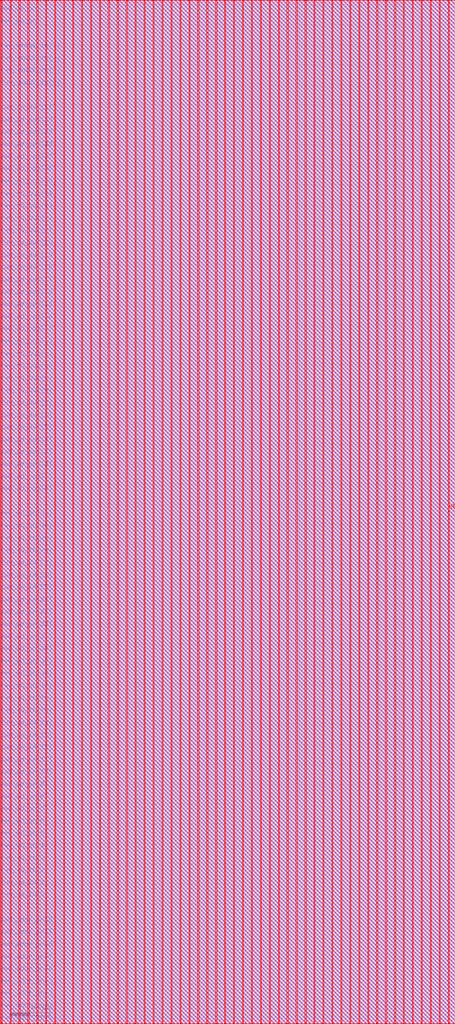
<source format=lef>
# Generated by FakeRAM 2.0
VERSION 5.7 ;
BUSBITCHARS "[]" ;
PROPERTYDEFINITIONS
  MACRO width INTEGER ;
  MACRO depth INTEGER ;
  MACRO banks INTEGER ;
END PROPERTYDEFINITIONS
MACRO liteeth_1rw1r_32w384d_8_sram
  PROPERTY width 32 ;
  PROPERTY depth 384 ;
  PROPERTY banks 1 ;
  FOREIGN liteeth_1rw1r_32w384d_8_sram 0 0 ;
  SYMMETRY X Y R90 ;
  SIZE 114.000 BY 256.200 ;
  CLASS BLOCK ;
  PIN r0_addr_in[0]
    DIRECTION INPUT ;
    USE SIGNAL ;
    SHAPE ABUTMENT ;
    PORT
      LAYER metal3 ;
      RECT 113.930 0.140 114.000 0.210 ;
    END
  END r0_addr_in[0]
  PIN r0_addr_in[1]
    DIRECTION INPUT ;
    USE SIGNAL ;
    SHAPE ABUTMENT ;
    PORT
      LAYER metal3 ;
      RECT 113.930 3.220 114.000 3.290 ;
    END
  END r0_addr_in[1]
  PIN r0_addr_in[2]
    DIRECTION INPUT ;
    USE SIGNAL ;
    SHAPE ABUTMENT ;
    PORT
      LAYER metal3 ;
      RECT 113.930 6.300 114.000 6.370 ;
    END
  END r0_addr_in[2]
  PIN r0_addr_in[3]
    DIRECTION INPUT ;
    USE SIGNAL ;
    SHAPE ABUTMENT ;
    PORT
      LAYER metal3 ;
      RECT 113.930 9.380 114.000 9.450 ;
    END
  END r0_addr_in[3]
  PIN r0_addr_in[4]
    DIRECTION INPUT ;
    USE SIGNAL ;
    SHAPE ABUTMENT ;
    PORT
      LAYER metal3 ;
      RECT 113.930 12.460 114.000 12.530 ;
    END
  END r0_addr_in[4]
  PIN r0_addr_in[5]
    DIRECTION INPUT ;
    USE SIGNAL ;
    SHAPE ABUTMENT ;
    PORT
      LAYER metal3 ;
      RECT 113.930 15.540 114.000 15.610 ;
    END
  END r0_addr_in[5]
  PIN r0_addr_in[6]
    DIRECTION INPUT ;
    USE SIGNAL ;
    SHAPE ABUTMENT ;
    PORT
      LAYER metal3 ;
      RECT 113.930 18.620 114.000 18.690 ;
    END
  END r0_addr_in[6]
  PIN r0_addr_in[7]
    DIRECTION INPUT ;
    USE SIGNAL ;
    SHAPE ABUTMENT ;
    PORT
      LAYER metal3 ;
      RECT 113.930 21.700 114.000 21.770 ;
    END
  END r0_addr_in[7]
  PIN r0_addr_in[8]
    DIRECTION INPUT ;
    USE SIGNAL ;
    SHAPE ABUTMENT ;
    PORT
      LAYER metal3 ;
      RECT 113.930 24.780 114.000 24.850 ;
    END
  END r0_addr_in[8]
  PIN r0_rd_out[0]
    DIRECTION OUTPUT ;
    USE SIGNAL ;
    SHAPE ABUTMENT ;
    PORT
      LAYER metal3 ;
      RECT 113.930 30.940 114.000 31.010 ;
    END
  END r0_rd_out[0]
  PIN r0_rd_out[1]
    DIRECTION OUTPUT ;
    USE SIGNAL ;
    SHAPE ABUTMENT ;
    PORT
      LAYER metal3 ;
      RECT 113.930 34.020 114.000 34.090 ;
    END
  END r0_rd_out[1]
  PIN r0_rd_out[2]
    DIRECTION OUTPUT ;
    USE SIGNAL ;
    SHAPE ABUTMENT ;
    PORT
      LAYER metal3 ;
      RECT 113.930 37.100 114.000 37.170 ;
    END
  END r0_rd_out[2]
  PIN r0_rd_out[3]
    DIRECTION OUTPUT ;
    USE SIGNAL ;
    SHAPE ABUTMENT ;
    PORT
      LAYER metal3 ;
      RECT 113.930 40.180 114.000 40.250 ;
    END
  END r0_rd_out[3]
  PIN r0_rd_out[4]
    DIRECTION OUTPUT ;
    USE SIGNAL ;
    SHAPE ABUTMENT ;
    PORT
      LAYER metal3 ;
      RECT 113.930 43.260 114.000 43.330 ;
    END
  END r0_rd_out[4]
  PIN r0_rd_out[5]
    DIRECTION OUTPUT ;
    USE SIGNAL ;
    SHAPE ABUTMENT ;
    PORT
      LAYER metal3 ;
      RECT 113.930 46.340 114.000 46.410 ;
    END
  END r0_rd_out[5]
  PIN r0_rd_out[6]
    DIRECTION OUTPUT ;
    USE SIGNAL ;
    SHAPE ABUTMENT ;
    PORT
      LAYER metal3 ;
      RECT 113.930 49.420 114.000 49.490 ;
    END
  END r0_rd_out[6]
  PIN r0_rd_out[7]
    DIRECTION OUTPUT ;
    USE SIGNAL ;
    SHAPE ABUTMENT ;
    PORT
      LAYER metal3 ;
      RECT 113.930 52.500 114.000 52.570 ;
    END
  END r0_rd_out[7]
  PIN r0_rd_out[8]
    DIRECTION OUTPUT ;
    USE SIGNAL ;
    SHAPE ABUTMENT ;
    PORT
      LAYER metal3 ;
      RECT 113.930 55.580 114.000 55.650 ;
    END
  END r0_rd_out[8]
  PIN r0_rd_out[9]
    DIRECTION OUTPUT ;
    USE SIGNAL ;
    SHAPE ABUTMENT ;
    PORT
      LAYER metal3 ;
      RECT 113.930 58.660 114.000 58.730 ;
    END
  END r0_rd_out[9]
  PIN r0_rd_out[10]
    DIRECTION OUTPUT ;
    USE SIGNAL ;
    SHAPE ABUTMENT ;
    PORT
      LAYER metal3 ;
      RECT 113.930 61.740 114.000 61.810 ;
    END
  END r0_rd_out[10]
  PIN r0_rd_out[11]
    DIRECTION OUTPUT ;
    USE SIGNAL ;
    SHAPE ABUTMENT ;
    PORT
      LAYER metal3 ;
      RECT 113.930 64.820 114.000 64.890 ;
    END
  END r0_rd_out[11]
  PIN r0_rd_out[12]
    DIRECTION OUTPUT ;
    USE SIGNAL ;
    SHAPE ABUTMENT ;
    PORT
      LAYER metal3 ;
      RECT 113.930 67.900 114.000 67.970 ;
    END
  END r0_rd_out[12]
  PIN r0_rd_out[13]
    DIRECTION OUTPUT ;
    USE SIGNAL ;
    SHAPE ABUTMENT ;
    PORT
      LAYER metal3 ;
      RECT 113.930 70.980 114.000 71.050 ;
    END
  END r0_rd_out[13]
  PIN r0_rd_out[14]
    DIRECTION OUTPUT ;
    USE SIGNAL ;
    SHAPE ABUTMENT ;
    PORT
      LAYER metal3 ;
      RECT 113.930 74.060 114.000 74.130 ;
    END
  END r0_rd_out[14]
  PIN r0_rd_out[15]
    DIRECTION OUTPUT ;
    USE SIGNAL ;
    SHAPE ABUTMENT ;
    PORT
      LAYER metal3 ;
      RECT 113.930 77.140 114.000 77.210 ;
    END
  END r0_rd_out[15]
  PIN r0_rd_out[16]
    DIRECTION OUTPUT ;
    USE SIGNAL ;
    SHAPE ABUTMENT ;
    PORT
      LAYER metal3 ;
      RECT 113.930 80.220 114.000 80.290 ;
    END
  END r0_rd_out[16]
  PIN r0_rd_out[17]
    DIRECTION OUTPUT ;
    USE SIGNAL ;
    SHAPE ABUTMENT ;
    PORT
      LAYER metal3 ;
      RECT 113.930 83.300 114.000 83.370 ;
    END
  END r0_rd_out[17]
  PIN r0_rd_out[18]
    DIRECTION OUTPUT ;
    USE SIGNAL ;
    SHAPE ABUTMENT ;
    PORT
      LAYER metal3 ;
      RECT 113.930 86.380 114.000 86.450 ;
    END
  END r0_rd_out[18]
  PIN r0_rd_out[19]
    DIRECTION OUTPUT ;
    USE SIGNAL ;
    SHAPE ABUTMENT ;
    PORT
      LAYER metal3 ;
      RECT 113.930 89.460 114.000 89.530 ;
    END
  END r0_rd_out[19]
  PIN r0_rd_out[20]
    DIRECTION OUTPUT ;
    USE SIGNAL ;
    SHAPE ABUTMENT ;
    PORT
      LAYER metal3 ;
      RECT 113.930 92.540 114.000 92.610 ;
    END
  END r0_rd_out[20]
  PIN r0_rd_out[21]
    DIRECTION OUTPUT ;
    USE SIGNAL ;
    SHAPE ABUTMENT ;
    PORT
      LAYER metal3 ;
      RECT 113.930 95.620 114.000 95.690 ;
    END
  END r0_rd_out[21]
  PIN r0_rd_out[22]
    DIRECTION OUTPUT ;
    USE SIGNAL ;
    SHAPE ABUTMENT ;
    PORT
      LAYER metal3 ;
      RECT 113.930 98.700 114.000 98.770 ;
    END
  END r0_rd_out[22]
  PIN r0_rd_out[23]
    DIRECTION OUTPUT ;
    USE SIGNAL ;
    SHAPE ABUTMENT ;
    PORT
      LAYER metal3 ;
      RECT 113.930 101.780 114.000 101.850 ;
    END
  END r0_rd_out[23]
  PIN r0_rd_out[24]
    DIRECTION OUTPUT ;
    USE SIGNAL ;
    SHAPE ABUTMENT ;
    PORT
      LAYER metal3 ;
      RECT 113.930 104.860 114.000 104.930 ;
    END
  END r0_rd_out[24]
  PIN r0_rd_out[25]
    DIRECTION OUTPUT ;
    USE SIGNAL ;
    SHAPE ABUTMENT ;
    PORT
      LAYER metal3 ;
      RECT 113.930 107.940 114.000 108.010 ;
    END
  END r0_rd_out[25]
  PIN r0_rd_out[26]
    DIRECTION OUTPUT ;
    USE SIGNAL ;
    SHAPE ABUTMENT ;
    PORT
      LAYER metal3 ;
      RECT 113.930 111.020 114.000 111.090 ;
    END
  END r0_rd_out[26]
  PIN r0_rd_out[27]
    DIRECTION OUTPUT ;
    USE SIGNAL ;
    SHAPE ABUTMENT ;
    PORT
      LAYER metal3 ;
      RECT 113.930 114.100 114.000 114.170 ;
    END
  END r0_rd_out[27]
  PIN r0_rd_out[28]
    DIRECTION OUTPUT ;
    USE SIGNAL ;
    SHAPE ABUTMENT ;
    PORT
      LAYER metal3 ;
      RECT 113.930 117.180 114.000 117.250 ;
    END
  END r0_rd_out[28]
  PIN r0_rd_out[29]
    DIRECTION OUTPUT ;
    USE SIGNAL ;
    SHAPE ABUTMENT ;
    PORT
      LAYER metal3 ;
      RECT 113.930 120.260 114.000 120.330 ;
    END
  END r0_rd_out[29]
  PIN r0_rd_out[30]
    DIRECTION OUTPUT ;
    USE SIGNAL ;
    SHAPE ABUTMENT ;
    PORT
      LAYER metal3 ;
      RECT 113.930 123.340 114.000 123.410 ;
    END
  END r0_rd_out[30]
  PIN r0_rd_out[31]
    DIRECTION OUTPUT ;
    USE SIGNAL ;
    SHAPE ABUTMENT ;
    PORT
      LAYER metal3 ;
      RECT 113.930 126.420 114.000 126.490 ;
    END
  END r0_rd_out[31]
  PIN r0_ce_in
    DIRECTION INPUT ;
    USE SIGNAL ;
    SHAPE ABUTMENT ;
    PORT
      LAYER metal3 ;
      RECT 113.930 132.580 114.000 132.650 ;
    END
  END r0_ce_in
  PIN r0_clk
    DIRECTION INPUT ;
    USE SIGNAL ;
    SHAPE ABUTMENT ;
    PORT
      LAYER metal3 ;
      RECT 113.930 135.660 114.000 135.730 ;
    END
  END r0_clk
  PIN rw0_addr_in[0]
    DIRECTION INPUT ;
    USE SIGNAL ;
    SHAPE ABUTMENT ;
    PORT
      LAYER metal3 ;
      RECT 0.000 0.140 0.070 0.210 ;
    END
  END rw0_addr_in[0]
  PIN rw0_addr_in[1]
    DIRECTION INPUT ;
    USE SIGNAL ;
    SHAPE ABUTMENT ;
    PORT
      LAYER metal3 ;
      RECT 0.000 3.220 0.070 3.290 ;
    END
  END rw0_addr_in[1]
  PIN rw0_addr_in[2]
    DIRECTION INPUT ;
    USE SIGNAL ;
    SHAPE ABUTMENT ;
    PORT
      LAYER metal3 ;
      RECT 0.000 6.300 0.070 6.370 ;
    END
  END rw0_addr_in[2]
  PIN rw0_addr_in[3]
    DIRECTION INPUT ;
    USE SIGNAL ;
    SHAPE ABUTMENT ;
    PORT
      LAYER metal3 ;
      RECT 0.000 9.380 0.070 9.450 ;
    END
  END rw0_addr_in[3]
  PIN rw0_addr_in[4]
    DIRECTION INPUT ;
    USE SIGNAL ;
    SHAPE ABUTMENT ;
    PORT
      LAYER metal3 ;
      RECT 0.000 12.460 0.070 12.530 ;
    END
  END rw0_addr_in[4]
  PIN rw0_addr_in[5]
    DIRECTION INPUT ;
    USE SIGNAL ;
    SHAPE ABUTMENT ;
    PORT
      LAYER metal3 ;
      RECT 0.000 15.540 0.070 15.610 ;
    END
  END rw0_addr_in[5]
  PIN rw0_addr_in[6]
    DIRECTION INPUT ;
    USE SIGNAL ;
    SHAPE ABUTMENT ;
    PORT
      LAYER metal3 ;
      RECT 0.000 18.620 0.070 18.690 ;
    END
  END rw0_addr_in[6]
  PIN rw0_addr_in[7]
    DIRECTION INPUT ;
    USE SIGNAL ;
    SHAPE ABUTMENT ;
    PORT
      LAYER metal3 ;
      RECT 0.000 21.700 0.070 21.770 ;
    END
  END rw0_addr_in[7]
  PIN rw0_addr_in[8]
    DIRECTION INPUT ;
    USE SIGNAL ;
    SHAPE ABUTMENT ;
    PORT
      LAYER metal3 ;
      RECT 0.000 24.780 0.070 24.850 ;
    END
  END rw0_addr_in[8]
  PIN rw0_wd_in[0]
    DIRECTION INPUT ;
    USE SIGNAL ;
    SHAPE ABUTMENT ;
    PORT
      LAYER metal3 ;
      RECT 0.000 30.940 0.070 31.010 ;
    END
  END rw0_wd_in[0]
  PIN rw0_wd_in[1]
    DIRECTION INPUT ;
    USE SIGNAL ;
    SHAPE ABUTMENT ;
    PORT
      LAYER metal3 ;
      RECT 0.000 34.020 0.070 34.090 ;
    END
  END rw0_wd_in[1]
  PIN rw0_wd_in[2]
    DIRECTION INPUT ;
    USE SIGNAL ;
    SHAPE ABUTMENT ;
    PORT
      LAYER metal3 ;
      RECT 0.000 37.100 0.070 37.170 ;
    END
  END rw0_wd_in[2]
  PIN rw0_wd_in[3]
    DIRECTION INPUT ;
    USE SIGNAL ;
    SHAPE ABUTMENT ;
    PORT
      LAYER metal3 ;
      RECT 0.000 40.180 0.070 40.250 ;
    END
  END rw0_wd_in[3]
  PIN rw0_wd_in[4]
    DIRECTION INPUT ;
    USE SIGNAL ;
    SHAPE ABUTMENT ;
    PORT
      LAYER metal3 ;
      RECT 0.000 43.260 0.070 43.330 ;
    END
  END rw0_wd_in[4]
  PIN rw0_wd_in[5]
    DIRECTION INPUT ;
    USE SIGNAL ;
    SHAPE ABUTMENT ;
    PORT
      LAYER metal3 ;
      RECT 0.000 46.340 0.070 46.410 ;
    END
  END rw0_wd_in[5]
  PIN rw0_wd_in[6]
    DIRECTION INPUT ;
    USE SIGNAL ;
    SHAPE ABUTMENT ;
    PORT
      LAYER metal3 ;
      RECT 0.000 49.420 0.070 49.490 ;
    END
  END rw0_wd_in[6]
  PIN rw0_wd_in[7]
    DIRECTION INPUT ;
    USE SIGNAL ;
    SHAPE ABUTMENT ;
    PORT
      LAYER metal3 ;
      RECT 0.000 52.500 0.070 52.570 ;
    END
  END rw0_wd_in[7]
  PIN rw0_wd_in[8]
    DIRECTION INPUT ;
    USE SIGNAL ;
    SHAPE ABUTMENT ;
    PORT
      LAYER metal3 ;
      RECT 0.000 55.580 0.070 55.650 ;
    END
  END rw0_wd_in[8]
  PIN rw0_wd_in[9]
    DIRECTION INPUT ;
    USE SIGNAL ;
    SHAPE ABUTMENT ;
    PORT
      LAYER metal3 ;
      RECT 0.000 58.660 0.070 58.730 ;
    END
  END rw0_wd_in[9]
  PIN rw0_wd_in[10]
    DIRECTION INPUT ;
    USE SIGNAL ;
    SHAPE ABUTMENT ;
    PORT
      LAYER metal3 ;
      RECT 0.000 61.740 0.070 61.810 ;
    END
  END rw0_wd_in[10]
  PIN rw0_wd_in[11]
    DIRECTION INPUT ;
    USE SIGNAL ;
    SHAPE ABUTMENT ;
    PORT
      LAYER metal3 ;
      RECT 0.000 64.820 0.070 64.890 ;
    END
  END rw0_wd_in[11]
  PIN rw0_wd_in[12]
    DIRECTION INPUT ;
    USE SIGNAL ;
    SHAPE ABUTMENT ;
    PORT
      LAYER metal3 ;
      RECT 0.000 67.900 0.070 67.970 ;
    END
  END rw0_wd_in[12]
  PIN rw0_wd_in[13]
    DIRECTION INPUT ;
    USE SIGNAL ;
    SHAPE ABUTMENT ;
    PORT
      LAYER metal3 ;
      RECT 0.000 70.980 0.070 71.050 ;
    END
  END rw0_wd_in[13]
  PIN rw0_wd_in[14]
    DIRECTION INPUT ;
    USE SIGNAL ;
    SHAPE ABUTMENT ;
    PORT
      LAYER metal3 ;
      RECT 0.000 74.060 0.070 74.130 ;
    END
  END rw0_wd_in[14]
  PIN rw0_wd_in[15]
    DIRECTION INPUT ;
    USE SIGNAL ;
    SHAPE ABUTMENT ;
    PORT
      LAYER metal3 ;
      RECT 0.000 77.140 0.070 77.210 ;
    END
  END rw0_wd_in[15]
  PIN rw0_wd_in[16]
    DIRECTION INPUT ;
    USE SIGNAL ;
    SHAPE ABUTMENT ;
    PORT
      LAYER metal3 ;
      RECT 0.000 80.220 0.070 80.290 ;
    END
  END rw0_wd_in[16]
  PIN rw0_wd_in[17]
    DIRECTION INPUT ;
    USE SIGNAL ;
    SHAPE ABUTMENT ;
    PORT
      LAYER metal3 ;
      RECT 0.000 83.300 0.070 83.370 ;
    END
  END rw0_wd_in[17]
  PIN rw0_wd_in[18]
    DIRECTION INPUT ;
    USE SIGNAL ;
    SHAPE ABUTMENT ;
    PORT
      LAYER metal3 ;
      RECT 0.000 86.380 0.070 86.450 ;
    END
  END rw0_wd_in[18]
  PIN rw0_wd_in[19]
    DIRECTION INPUT ;
    USE SIGNAL ;
    SHAPE ABUTMENT ;
    PORT
      LAYER metal3 ;
      RECT 0.000 89.460 0.070 89.530 ;
    END
  END rw0_wd_in[19]
  PIN rw0_wd_in[20]
    DIRECTION INPUT ;
    USE SIGNAL ;
    SHAPE ABUTMENT ;
    PORT
      LAYER metal3 ;
      RECT 0.000 92.540 0.070 92.610 ;
    END
  END rw0_wd_in[20]
  PIN rw0_wd_in[21]
    DIRECTION INPUT ;
    USE SIGNAL ;
    SHAPE ABUTMENT ;
    PORT
      LAYER metal3 ;
      RECT 0.000 95.620 0.070 95.690 ;
    END
  END rw0_wd_in[21]
  PIN rw0_wd_in[22]
    DIRECTION INPUT ;
    USE SIGNAL ;
    SHAPE ABUTMENT ;
    PORT
      LAYER metal3 ;
      RECT 0.000 98.700 0.070 98.770 ;
    END
  END rw0_wd_in[22]
  PIN rw0_wd_in[23]
    DIRECTION INPUT ;
    USE SIGNAL ;
    SHAPE ABUTMENT ;
    PORT
      LAYER metal3 ;
      RECT 0.000 101.780 0.070 101.850 ;
    END
  END rw0_wd_in[23]
  PIN rw0_wd_in[24]
    DIRECTION INPUT ;
    USE SIGNAL ;
    SHAPE ABUTMENT ;
    PORT
      LAYER metal3 ;
      RECT 0.000 104.860 0.070 104.930 ;
    END
  END rw0_wd_in[24]
  PIN rw0_wd_in[25]
    DIRECTION INPUT ;
    USE SIGNAL ;
    SHAPE ABUTMENT ;
    PORT
      LAYER metal3 ;
      RECT 0.000 107.940 0.070 108.010 ;
    END
  END rw0_wd_in[25]
  PIN rw0_wd_in[26]
    DIRECTION INPUT ;
    USE SIGNAL ;
    SHAPE ABUTMENT ;
    PORT
      LAYER metal3 ;
      RECT 0.000 111.020 0.070 111.090 ;
    END
  END rw0_wd_in[26]
  PIN rw0_wd_in[27]
    DIRECTION INPUT ;
    USE SIGNAL ;
    SHAPE ABUTMENT ;
    PORT
      LAYER metal3 ;
      RECT 0.000 114.100 0.070 114.170 ;
    END
  END rw0_wd_in[27]
  PIN rw0_wd_in[28]
    DIRECTION INPUT ;
    USE SIGNAL ;
    SHAPE ABUTMENT ;
    PORT
      LAYER metal3 ;
      RECT 0.000 117.180 0.070 117.250 ;
    END
  END rw0_wd_in[28]
  PIN rw0_wd_in[29]
    DIRECTION INPUT ;
    USE SIGNAL ;
    SHAPE ABUTMENT ;
    PORT
      LAYER metal3 ;
      RECT 0.000 120.260 0.070 120.330 ;
    END
  END rw0_wd_in[29]
  PIN rw0_wd_in[30]
    DIRECTION INPUT ;
    USE SIGNAL ;
    SHAPE ABUTMENT ;
    PORT
      LAYER metal3 ;
      RECT 0.000 123.340 0.070 123.410 ;
    END
  END rw0_wd_in[30]
  PIN rw0_wd_in[31]
    DIRECTION INPUT ;
    USE SIGNAL ;
    SHAPE ABUTMENT ;
    PORT
      LAYER metal3 ;
      RECT 0.000 126.420 0.070 126.490 ;
    END
  END rw0_wd_in[31]
  PIN rw0_rd_out[0]
    DIRECTION OUTPUT ;
    USE SIGNAL ;
    SHAPE ABUTMENT ;
    PORT
      LAYER metal3 ;
      RECT 0.000 132.580 0.070 132.650 ;
    END
  END rw0_rd_out[0]
  PIN rw0_rd_out[1]
    DIRECTION OUTPUT ;
    USE SIGNAL ;
    SHAPE ABUTMENT ;
    PORT
      LAYER metal3 ;
      RECT 0.000 135.660 0.070 135.730 ;
    END
  END rw0_rd_out[1]
  PIN rw0_rd_out[2]
    DIRECTION OUTPUT ;
    USE SIGNAL ;
    SHAPE ABUTMENT ;
    PORT
      LAYER metal3 ;
      RECT 0.000 138.740 0.070 138.810 ;
    END
  END rw0_rd_out[2]
  PIN rw0_rd_out[3]
    DIRECTION OUTPUT ;
    USE SIGNAL ;
    SHAPE ABUTMENT ;
    PORT
      LAYER metal3 ;
      RECT 0.000 141.820 0.070 141.890 ;
    END
  END rw0_rd_out[3]
  PIN rw0_rd_out[4]
    DIRECTION OUTPUT ;
    USE SIGNAL ;
    SHAPE ABUTMENT ;
    PORT
      LAYER metal3 ;
      RECT 0.000 144.900 0.070 144.970 ;
    END
  END rw0_rd_out[4]
  PIN rw0_rd_out[5]
    DIRECTION OUTPUT ;
    USE SIGNAL ;
    SHAPE ABUTMENT ;
    PORT
      LAYER metal3 ;
      RECT 0.000 147.980 0.070 148.050 ;
    END
  END rw0_rd_out[5]
  PIN rw0_rd_out[6]
    DIRECTION OUTPUT ;
    USE SIGNAL ;
    SHAPE ABUTMENT ;
    PORT
      LAYER metal3 ;
      RECT 0.000 151.060 0.070 151.130 ;
    END
  END rw0_rd_out[6]
  PIN rw0_rd_out[7]
    DIRECTION OUTPUT ;
    USE SIGNAL ;
    SHAPE ABUTMENT ;
    PORT
      LAYER metal3 ;
      RECT 0.000 154.140 0.070 154.210 ;
    END
  END rw0_rd_out[7]
  PIN rw0_rd_out[8]
    DIRECTION OUTPUT ;
    USE SIGNAL ;
    SHAPE ABUTMENT ;
    PORT
      LAYER metal3 ;
      RECT 0.000 157.220 0.070 157.290 ;
    END
  END rw0_rd_out[8]
  PIN rw0_rd_out[9]
    DIRECTION OUTPUT ;
    USE SIGNAL ;
    SHAPE ABUTMENT ;
    PORT
      LAYER metal3 ;
      RECT 0.000 160.300 0.070 160.370 ;
    END
  END rw0_rd_out[9]
  PIN rw0_rd_out[10]
    DIRECTION OUTPUT ;
    USE SIGNAL ;
    SHAPE ABUTMENT ;
    PORT
      LAYER metal3 ;
      RECT 0.000 163.380 0.070 163.450 ;
    END
  END rw0_rd_out[10]
  PIN rw0_rd_out[11]
    DIRECTION OUTPUT ;
    USE SIGNAL ;
    SHAPE ABUTMENT ;
    PORT
      LAYER metal3 ;
      RECT 0.000 166.460 0.070 166.530 ;
    END
  END rw0_rd_out[11]
  PIN rw0_rd_out[12]
    DIRECTION OUTPUT ;
    USE SIGNAL ;
    SHAPE ABUTMENT ;
    PORT
      LAYER metal3 ;
      RECT 0.000 169.540 0.070 169.610 ;
    END
  END rw0_rd_out[12]
  PIN rw0_rd_out[13]
    DIRECTION OUTPUT ;
    USE SIGNAL ;
    SHAPE ABUTMENT ;
    PORT
      LAYER metal3 ;
      RECT 0.000 172.620 0.070 172.690 ;
    END
  END rw0_rd_out[13]
  PIN rw0_rd_out[14]
    DIRECTION OUTPUT ;
    USE SIGNAL ;
    SHAPE ABUTMENT ;
    PORT
      LAYER metal3 ;
      RECT 0.000 175.700 0.070 175.770 ;
    END
  END rw0_rd_out[14]
  PIN rw0_rd_out[15]
    DIRECTION OUTPUT ;
    USE SIGNAL ;
    SHAPE ABUTMENT ;
    PORT
      LAYER metal3 ;
      RECT 0.000 178.780 0.070 178.850 ;
    END
  END rw0_rd_out[15]
  PIN rw0_rd_out[16]
    DIRECTION OUTPUT ;
    USE SIGNAL ;
    SHAPE ABUTMENT ;
    PORT
      LAYER metal3 ;
      RECT 0.000 181.860 0.070 181.930 ;
    END
  END rw0_rd_out[16]
  PIN rw0_rd_out[17]
    DIRECTION OUTPUT ;
    USE SIGNAL ;
    SHAPE ABUTMENT ;
    PORT
      LAYER metal3 ;
      RECT 0.000 184.940 0.070 185.010 ;
    END
  END rw0_rd_out[17]
  PIN rw0_rd_out[18]
    DIRECTION OUTPUT ;
    USE SIGNAL ;
    SHAPE ABUTMENT ;
    PORT
      LAYER metal3 ;
      RECT 0.000 188.020 0.070 188.090 ;
    END
  END rw0_rd_out[18]
  PIN rw0_rd_out[19]
    DIRECTION OUTPUT ;
    USE SIGNAL ;
    SHAPE ABUTMENT ;
    PORT
      LAYER metal3 ;
      RECT 0.000 191.100 0.070 191.170 ;
    END
  END rw0_rd_out[19]
  PIN rw0_rd_out[20]
    DIRECTION OUTPUT ;
    USE SIGNAL ;
    SHAPE ABUTMENT ;
    PORT
      LAYER metal3 ;
      RECT 0.000 194.180 0.070 194.250 ;
    END
  END rw0_rd_out[20]
  PIN rw0_rd_out[21]
    DIRECTION OUTPUT ;
    USE SIGNAL ;
    SHAPE ABUTMENT ;
    PORT
      LAYER metal3 ;
      RECT 0.000 197.260 0.070 197.330 ;
    END
  END rw0_rd_out[21]
  PIN rw0_rd_out[22]
    DIRECTION OUTPUT ;
    USE SIGNAL ;
    SHAPE ABUTMENT ;
    PORT
      LAYER metal3 ;
      RECT 0.000 200.340 0.070 200.410 ;
    END
  END rw0_rd_out[22]
  PIN rw0_rd_out[23]
    DIRECTION OUTPUT ;
    USE SIGNAL ;
    SHAPE ABUTMENT ;
    PORT
      LAYER metal3 ;
      RECT 0.000 203.420 0.070 203.490 ;
    END
  END rw0_rd_out[23]
  PIN rw0_rd_out[24]
    DIRECTION OUTPUT ;
    USE SIGNAL ;
    SHAPE ABUTMENT ;
    PORT
      LAYER metal3 ;
      RECT 0.000 206.500 0.070 206.570 ;
    END
  END rw0_rd_out[24]
  PIN rw0_rd_out[25]
    DIRECTION OUTPUT ;
    USE SIGNAL ;
    SHAPE ABUTMENT ;
    PORT
      LAYER metal3 ;
      RECT 0.000 209.580 0.070 209.650 ;
    END
  END rw0_rd_out[25]
  PIN rw0_rd_out[26]
    DIRECTION OUTPUT ;
    USE SIGNAL ;
    SHAPE ABUTMENT ;
    PORT
      LAYER metal3 ;
      RECT 0.000 212.660 0.070 212.730 ;
    END
  END rw0_rd_out[26]
  PIN rw0_rd_out[27]
    DIRECTION OUTPUT ;
    USE SIGNAL ;
    SHAPE ABUTMENT ;
    PORT
      LAYER metal3 ;
      RECT 0.000 215.740 0.070 215.810 ;
    END
  END rw0_rd_out[27]
  PIN rw0_rd_out[28]
    DIRECTION OUTPUT ;
    USE SIGNAL ;
    SHAPE ABUTMENT ;
    PORT
      LAYER metal3 ;
      RECT 0.000 218.820 0.070 218.890 ;
    END
  END rw0_rd_out[28]
  PIN rw0_rd_out[29]
    DIRECTION OUTPUT ;
    USE SIGNAL ;
    SHAPE ABUTMENT ;
    PORT
      LAYER metal3 ;
      RECT 0.000 221.900 0.070 221.970 ;
    END
  END rw0_rd_out[29]
  PIN rw0_rd_out[30]
    DIRECTION OUTPUT ;
    USE SIGNAL ;
    SHAPE ABUTMENT ;
    PORT
      LAYER metal3 ;
      RECT 0.000 224.980 0.070 225.050 ;
    END
  END rw0_rd_out[30]
  PIN rw0_rd_out[31]
    DIRECTION OUTPUT ;
    USE SIGNAL ;
    SHAPE ABUTMENT ;
    PORT
      LAYER metal3 ;
      RECT 0.000 228.060 0.070 228.130 ;
    END
  END rw0_rd_out[31]
  PIN rw0_wmask_in[0]
    DIRECTION INPUT ;
    USE SIGNAL ;
    SHAPE ABUTMENT ;
    PORT
      LAYER metal3 ;
      RECT 0.000 234.220 0.070 234.290 ;
    END
  END rw0_wmask_in[0]
  PIN rw0_wmask_in[1]
    DIRECTION INPUT ;
    USE SIGNAL ;
    SHAPE ABUTMENT ;
    PORT
      LAYER metal3 ;
      RECT 0.000 237.300 0.070 237.370 ;
    END
  END rw0_wmask_in[1]
  PIN rw0_wmask_in[2]
    DIRECTION INPUT ;
    USE SIGNAL ;
    SHAPE ABUTMENT ;
    PORT
      LAYER metal3 ;
      RECT 0.000 240.380 0.070 240.450 ;
    END
  END rw0_wmask_in[2]
  PIN rw0_wmask_in[3]
    DIRECTION INPUT ;
    USE SIGNAL ;
    SHAPE ABUTMENT ;
    PORT
      LAYER metal3 ;
      RECT 0.000 243.460 0.070 243.530 ;
    END
  END rw0_wmask_in[3]
  PIN rw0_we_in
    DIRECTION INPUT ;
    USE SIGNAL ;
    SHAPE ABUTMENT ;
    PORT
      LAYER metal3 ;
      RECT 0.000 249.620 0.070 249.690 ;
    END
  END rw0_we_in
  PIN rw0_ce_in
    DIRECTION INPUT ;
    USE SIGNAL ;
    SHAPE ABUTMENT ;
    PORT
      LAYER metal3 ;
      RECT 0.000 252.700 0.070 252.770 ;
    END
  END rw0_ce_in
  PIN rw0_clk
    DIRECTION INPUT ;
    USE SIGNAL ;
    SHAPE ABUTMENT ;
    PORT
      LAYER metal3 ;
      RECT 0.000 255.780 0.070 255.850 ;
    END
  END rw0_clk
  PIN VSS
    DIRECTION INOUT ;
    USE GROUND ;
    PORT
      LAYER metal4 ;
      RECT 0.210 0.140 0.490 256.060 ;
      RECT 2.450 0.140 2.730 256.060 ;
      RECT 4.690 0.140 4.970 256.060 ;
      RECT 6.930 0.140 7.210 256.060 ;
      RECT 9.170 0.140 9.450 256.060 ;
      RECT 11.410 0.140 11.690 256.060 ;
      RECT 13.650 0.140 13.930 256.060 ;
      RECT 15.890 0.140 16.170 256.060 ;
      RECT 18.130 0.140 18.410 256.060 ;
      RECT 20.370 0.140 20.650 256.060 ;
      RECT 22.610 0.140 22.890 256.060 ;
      RECT 24.850 0.140 25.130 256.060 ;
      RECT 27.090 0.140 27.370 256.060 ;
      RECT 29.330 0.140 29.610 256.060 ;
      RECT 31.570 0.140 31.850 256.060 ;
      RECT 33.810 0.140 34.090 256.060 ;
      RECT 36.050 0.140 36.330 256.060 ;
      RECT 38.290 0.140 38.570 256.060 ;
      RECT 40.530 0.140 40.810 256.060 ;
      RECT 42.770 0.140 43.050 256.060 ;
      RECT 45.010 0.140 45.290 256.060 ;
      RECT 47.250 0.140 47.530 256.060 ;
      RECT 49.490 0.140 49.770 256.060 ;
      RECT 51.730 0.140 52.010 256.060 ;
      RECT 53.970 0.140 54.250 256.060 ;
      RECT 56.210 0.140 56.490 256.060 ;
      RECT 58.450 0.140 58.730 256.060 ;
      RECT 60.690 0.140 60.970 256.060 ;
      RECT 62.930 0.140 63.210 256.060 ;
      RECT 65.170 0.140 65.450 256.060 ;
      RECT 67.410 0.140 67.690 256.060 ;
      RECT 69.650 0.140 69.930 256.060 ;
      RECT 71.890 0.140 72.170 256.060 ;
      RECT 74.130 0.140 74.410 256.060 ;
      RECT 76.370 0.140 76.650 256.060 ;
      RECT 78.610 0.140 78.890 256.060 ;
      RECT 80.850 0.140 81.130 256.060 ;
      RECT 83.090 0.140 83.370 256.060 ;
      RECT 85.330 0.140 85.610 256.060 ;
      RECT 87.570 0.140 87.850 256.060 ;
      RECT 89.810 0.140 90.090 256.060 ;
      RECT 92.050 0.140 92.330 256.060 ;
      RECT 94.290 0.140 94.570 256.060 ;
      RECT 96.530 0.140 96.810 256.060 ;
      RECT 98.770 0.140 99.050 256.060 ;
      RECT 101.010 0.140 101.290 256.060 ;
      RECT 103.250 0.140 103.530 256.060 ;
      RECT 105.490 0.140 105.770 256.060 ;
      RECT 107.730 0.140 108.010 256.060 ;
      RECT 109.970 0.140 110.250 256.060 ;
      RECT 112.210 0.140 112.490 256.060 ;
    END
  END VSS
  PIN VDD
    DIRECTION INOUT ;
    USE POWER ;
    PORT
      LAYER metal4 ;
      RECT 0.210 0.140 0.490 256.060 ;
      RECT 2.450 0.140 2.730 256.060 ;
      RECT 4.690 0.140 4.970 256.060 ;
      RECT 6.930 0.140 7.210 256.060 ;
      RECT 9.170 0.140 9.450 256.060 ;
      RECT 11.410 0.140 11.690 256.060 ;
      RECT 13.650 0.140 13.930 256.060 ;
      RECT 15.890 0.140 16.170 256.060 ;
      RECT 18.130 0.140 18.410 256.060 ;
      RECT 20.370 0.140 20.650 256.060 ;
      RECT 22.610 0.140 22.890 256.060 ;
      RECT 24.850 0.140 25.130 256.060 ;
      RECT 27.090 0.140 27.370 256.060 ;
      RECT 29.330 0.140 29.610 256.060 ;
      RECT 31.570 0.140 31.850 256.060 ;
      RECT 33.810 0.140 34.090 256.060 ;
      RECT 36.050 0.140 36.330 256.060 ;
      RECT 38.290 0.140 38.570 256.060 ;
      RECT 40.530 0.140 40.810 256.060 ;
      RECT 42.770 0.140 43.050 256.060 ;
      RECT 45.010 0.140 45.290 256.060 ;
      RECT 47.250 0.140 47.530 256.060 ;
      RECT 49.490 0.140 49.770 256.060 ;
      RECT 51.730 0.140 52.010 256.060 ;
      RECT 53.970 0.140 54.250 256.060 ;
      RECT 56.210 0.140 56.490 256.060 ;
      RECT 58.450 0.140 58.730 256.060 ;
      RECT 60.690 0.140 60.970 256.060 ;
      RECT 62.930 0.140 63.210 256.060 ;
      RECT 65.170 0.140 65.450 256.060 ;
      RECT 67.410 0.140 67.690 256.060 ;
      RECT 69.650 0.140 69.930 256.060 ;
      RECT 71.890 0.140 72.170 256.060 ;
      RECT 74.130 0.140 74.410 256.060 ;
      RECT 76.370 0.140 76.650 256.060 ;
      RECT 78.610 0.140 78.890 256.060 ;
      RECT 80.850 0.140 81.130 256.060 ;
      RECT 83.090 0.140 83.370 256.060 ;
      RECT 85.330 0.140 85.610 256.060 ;
      RECT 87.570 0.140 87.850 256.060 ;
      RECT 89.810 0.140 90.090 256.060 ;
      RECT 92.050 0.140 92.330 256.060 ;
      RECT 94.290 0.140 94.570 256.060 ;
      RECT 96.530 0.140 96.810 256.060 ;
      RECT 98.770 0.140 99.050 256.060 ;
      RECT 101.010 0.140 101.290 256.060 ;
      RECT 103.250 0.140 103.530 256.060 ;
      RECT 105.490 0.140 105.770 256.060 ;
      RECT 107.730 0.140 108.010 256.060 ;
      RECT 109.970 0.140 110.250 256.060 ;
      RECT 112.210 0.140 112.490 256.060 ;
    END
  END VDD
  OBS
    LAYER metal1 ;
    RECT 0 0 114.000 256.200 ;
    LAYER metal2 ;
    RECT 0 0 114.000 256.200 ;
    LAYER metal3 ;
    RECT 0 0 114.000 256.200 ;
    LAYER metal4 ;
    RECT 0 0 114.000 256.200 ;
    LAYER OVERLAP ;
    RECT 0 0 114.000 256.200 ;
  END
END liteeth_1rw1r_32w384d_8_sram

END LIBRARY

</source>
